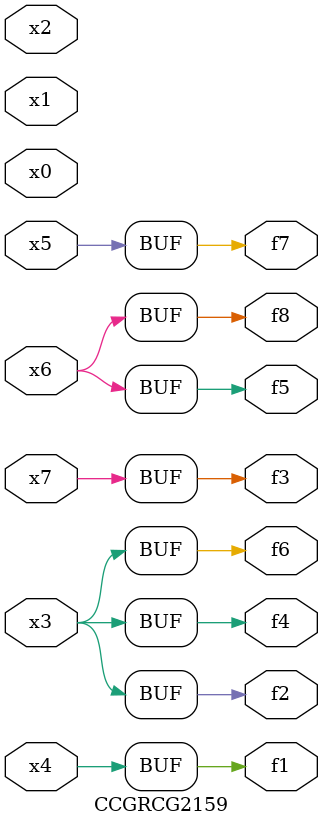
<source format=v>
module CCGRCG2159(
	input x0, x1, x2, x3, x4, x5, x6, x7,
	output f1, f2, f3, f4, f5, f6, f7, f8
);
	assign f1 = x4;
	assign f2 = x3;
	assign f3 = x7;
	assign f4 = x3;
	assign f5 = x6;
	assign f6 = x3;
	assign f7 = x5;
	assign f8 = x6;
endmodule

</source>
